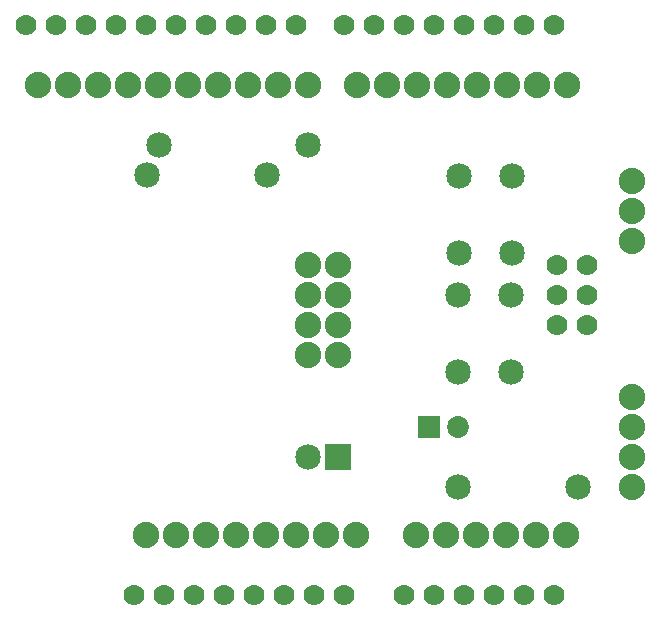
<source format=gts>
G04 MADE WITH FRITZING*
G04 WWW.FRITZING.ORG*
G04 DOUBLE SIDED*
G04 HOLES PLATED*
G04 CONTOUR ON CENTER OF CONTOUR VECTOR*
%ASAXBY*%
%FSLAX23Y23*%
%MOIN*%
%OFA0B0*%
%SFA1.0B1.0*%
%ADD10C,0.077278*%
%ADD11C,0.085000*%
%ADD12C,0.072992*%
%ADD13C,0.088000*%
%ADD14C,0.070000*%
%ADD15R,0.085000X0.085000*%
%ADD16R,0.072992X0.072992*%
%LNMASK1*%
G90*
G70*
G54D10*
X1035Y900D03*
X1035Y1000D03*
X1035Y1100D03*
X1035Y1200D03*
X1135Y900D03*
X1135Y1000D03*
X1135Y1100D03*
X1135Y1200D03*
G54D11*
X1135Y560D03*
X1035Y560D03*
X1712Y1100D03*
X1712Y844D03*
X1535Y1100D03*
X1535Y844D03*
X1715Y1496D03*
X1715Y1240D03*
X1538Y1496D03*
X1538Y1240D03*
X1935Y460D03*
X1535Y460D03*
G54D12*
X1437Y660D03*
X1535Y660D03*
G54D11*
X899Y1500D03*
X499Y1500D03*
X1035Y1600D03*
X539Y1600D03*
G54D13*
X595Y300D03*
X435Y1800D03*
X535Y1800D03*
X135Y1800D03*
G54D14*
X295Y2000D03*
X1155Y100D03*
X1755Y2000D03*
X1965Y1100D03*
X695Y2000D03*
X1655Y100D03*
X1355Y2000D03*
X755Y100D03*
X1965Y1200D03*
X1965Y1000D03*
X895Y2000D03*
X495Y2000D03*
X1455Y100D03*
X1855Y100D03*
X1555Y2000D03*
X1155Y2000D03*
X955Y100D03*
X1865Y1200D03*
X1865Y1100D03*
X1865Y1000D03*
X995Y2000D03*
X795Y2000D03*
X595Y2000D03*
X395Y2000D03*
X95Y2000D03*
X195Y2000D03*
X1355Y100D03*
X1555Y100D03*
X1755Y100D03*
X1855Y2000D03*
X1655Y2000D03*
X1455Y2000D03*
X1255Y2000D03*
X655Y100D03*
X855Y100D03*
X555Y100D03*
X455Y100D03*
X1055Y100D03*
G54D13*
X1195Y300D03*
X995Y300D03*
X1695Y300D03*
X1895Y300D03*
X1899Y1800D03*
X1699Y1800D03*
X1035Y1800D03*
X1095Y300D03*
X895Y300D03*
X1595Y300D03*
X1795Y300D03*
X1799Y1800D03*
X1599Y1800D03*
X835Y1800D03*
X735Y1800D03*
X935Y1800D03*
X495Y300D03*
X795Y300D03*
X1495Y300D03*
X1199Y1800D03*
X1499Y1800D03*
X335Y1800D03*
X695Y300D03*
X1395Y300D03*
X1399Y1800D03*
X1298Y1800D03*
X635Y1800D03*
X235Y1800D03*
X1035Y1200D03*
X1035Y1100D03*
X1035Y1000D03*
X1035Y900D03*
X1035Y1200D03*
X1035Y1100D03*
X1035Y1000D03*
X1035Y900D03*
X1135Y900D03*
X1135Y1000D03*
X1135Y1100D03*
X1135Y1200D03*
X2115Y1480D03*
X2115Y1380D03*
X2115Y1280D03*
X2115Y760D03*
X2115Y660D03*
X2115Y560D03*
X2115Y460D03*
G54D15*
X1135Y560D03*
G54D16*
X1437Y660D03*
G04 End of Mask1*
M02*
</source>
